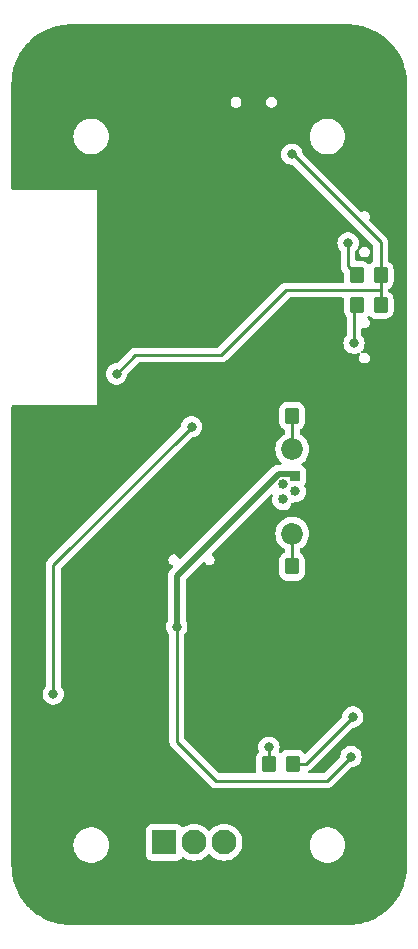
<source format=gbr>
%TF.GenerationSoftware,KiCad,Pcbnew,7.0.1*%
%TF.CreationDate,2023-11-18T18:12:55+02:00*%
%TF.ProjectId,Ulkovalo,556c6b6f-7661-46c6-9f2e-6b696361645f,rev?*%
%TF.SameCoordinates,Original*%
%TF.FileFunction,Copper,L2,Bot*%
%TF.FilePolarity,Positive*%
%FSLAX46Y46*%
G04 Gerber Fmt 4.6, Leading zero omitted, Abs format (unit mm)*
G04 Created by KiCad (PCBNEW 7.0.1) date 2023-11-18 18:12:55*
%MOMM*%
%LPD*%
G01*
G04 APERTURE LIST*
G04 Aperture macros list*
%AMRoundRect*
0 Rectangle with rounded corners*
0 $1 Rounding radius*
0 $2 $3 $4 $5 $6 $7 $8 $9 X,Y pos of 4 corners*
0 Add a 4 corners polygon primitive as box body*
4,1,4,$2,$3,$4,$5,$6,$7,$8,$9,$2,$3,0*
0 Add four circle primitives for the rounded corners*
1,1,$1+$1,$2,$3*
1,1,$1+$1,$4,$5*
1,1,$1+$1,$6,$7*
1,1,$1+$1,$8,$9*
0 Add four rect primitives between the rounded corners*
20,1,$1+$1,$2,$3,$4,$5,0*
20,1,$1+$1,$4,$5,$6,$7,0*
20,1,$1+$1,$6,$7,$8,$9,0*
20,1,$1+$1,$8,$9,$2,$3,0*%
G04 Aperture macros list end*
%TA.AperFunction,ComponentPad*%
%ADD10R,2.100000X2.100000*%
%TD*%
%TA.AperFunction,ComponentPad*%
%ADD11C,2.100000*%
%TD*%
%TA.AperFunction,ComponentPad*%
%ADD12R,0.840000X0.840000*%
%TD*%
%TA.AperFunction,ComponentPad*%
%ADD13C,0.840000*%
%TD*%
%TA.AperFunction,ComponentPad*%
%ADD14C,1.850000*%
%TD*%
%TA.AperFunction,SMDPad,CuDef*%
%ADD15RoundRect,0.250000X0.350000X0.450000X-0.350000X0.450000X-0.350000X-0.450000X0.350000X-0.450000X0*%
%TD*%
%TA.AperFunction,SMDPad,CuDef*%
%ADD16RoundRect,0.250000X-0.350000X-0.450000X0.350000X-0.450000X0.350000X0.450000X-0.350000X0.450000X0*%
%TD*%
%TA.AperFunction,ViaPad*%
%ADD17C,0.800000*%
%TD*%
%TA.AperFunction,Conductor*%
%ADD18C,0.250000*%
%TD*%
%TA.AperFunction,Conductor*%
%ADD19C,0.500000*%
%TD*%
G04 APERTURE END LIST*
D10*
%TO.P,J4,1,Pin_1*%
%TO.N,Drain*%
X53935000Y-112250000D03*
D11*
%TO.P,J4,2,Pin_2*%
%TO.N,Vin*%
X56475000Y-112250000D03*
%TO.P,J4,3,Pin_3*%
X59015000Y-112250000D03*
%TO.P,J4,4,Pin_4*%
%TO.N,GND*%
X61555000Y-112250000D03*
%TD*%
D12*
%TO.P,J1,1,VBUS*%
%TO.N,+5V*%
X65000000Y-81250000D03*
D13*
%TO.P,J1,2,D-*%
%TO.N,D-*%
X64000000Y-81900000D03*
%TO.P,J1,3,D+*%
%TO.N,D+*%
X65000000Y-82550000D03*
%TO.P,J1,4,ID*%
%TO.N,unconnected-(J1-ID-Pad4)*%
X64000000Y-83200000D03*
%TO.P,J1,5,GND*%
%TO.N,GND*%
X65000000Y-83850000D03*
D14*
%TO.P,J1,6,Shield*%
%TO.N,Net-(J1-Shield)*%
X64780000Y-78975000D03*
X64780000Y-86125000D03*
%TD*%
D15*
%TO.P,R4,1*%
%TO.N,GND*%
X66750000Y-88900000D03*
%TO.P,R4,2*%
%TO.N,Net-(J1-Shield)*%
X64750000Y-88900000D03*
%TD*%
D16*
%TO.P,R8,1*%
%TO.N,Debug2*%
X70250000Y-64250000D03*
%TO.P,R8,2*%
%TO.N,+3V3*%
X72250000Y-64250000D03*
%TD*%
D15*
%TO.P,R11,1*%
%TO.N,GND*%
X66750000Y-76150000D03*
%TO.P,R11,2*%
%TO.N,Net-(J1-Shield)*%
X64750000Y-76150000D03*
%TD*%
D16*
%TO.P,R7,1*%
%TO.N,Debug1*%
X70250000Y-66750000D03*
%TO.P,R7,2*%
%TO.N,+3V3*%
X72250000Y-66750000D03*
%TD*%
%TO.P,R3,1*%
%TO.N,Net-(U2-PG)*%
X62800000Y-105600000D03*
%TO.P,R3,2*%
%TO.N,Net-(U2-VCC)*%
X64800000Y-105600000D03*
%TD*%
D17*
%TO.N,GND*%
X59250000Y-66250000D03*
X67550000Y-78200000D03*
X58235000Y-100500000D03*
X66435000Y-103000000D03*
X53500000Y-72500000D03*
X73250000Y-94250000D03*
X64250000Y-49600000D03*
X64635000Y-99000000D03*
X59000000Y-88250000D03*
X58750000Y-49600000D03*
X54250000Y-76800000D03*
X48650000Y-55800000D03*
X55050000Y-79900000D03*
X59250000Y-72500000D03*
X47550000Y-76200000D03*
X53500000Y-69000000D03*
X68000000Y-87250000D03*
X70950000Y-58100000D03*
X53500000Y-88250000D03*
X58235000Y-101500000D03*
X70950000Y-72600000D03*
X51500000Y-100000000D03*
X44650000Y-79900000D03*
X66435000Y-99000000D03*
X44500000Y-109000000D03*
X45450000Y-47600000D03*
X53500000Y-66250000D03*
X73250000Y-106500000D03*
X64635000Y-103000000D03*
X59250000Y-69000000D03*
%TO.N,Net-(U2-VCC)*%
X69900000Y-101635000D03*
%TO.N,Net-(U2-PG)*%
X62800000Y-104200000D03*
%TO.N,+5V*%
X55000000Y-94000000D03*
X69750000Y-105000000D03*
%TO.N,+3V3*%
X49900000Y-72600000D03*
X64750000Y-54000000D03*
%TO.N,Gate*%
X44535000Y-99700000D03*
X56250000Y-77075000D03*
%TO.N,Debug1*%
X70000000Y-70000000D03*
%TO.N,Debug2*%
X69500000Y-61500000D03*
%TD*%
D18*
%TO.N,Net-(U2-VCC)*%
X64800000Y-105600000D02*
X65935000Y-105600000D01*
X65935000Y-105600000D02*
X69900000Y-101635000D01*
%TO.N,Net-(U2-PG)*%
X62800000Y-105600000D02*
X62800000Y-104200000D01*
%TO.N,+5V*%
X69750000Y-105000000D02*
X67712500Y-107037500D01*
D19*
X55000000Y-89669634D02*
X63639634Y-81030000D01*
X63639634Y-81030000D02*
X64780000Y-81030000D01*
X55000000Y-94000000D02*
X55000000Y-89669634D01*
D18*
X65000000Y-81250000D02*
X64905000Y-81155000D01*
X67712500Y-107037500D02*
X58287500Y-107037500D01*
X58287500Y-107037500D02*
X55000000Y-103750000D01*
D19*
X64780000Y-81030000D02*
X65000000Y-81250000D01*
D18*
X55000000Y-103750000D02*
X55000000Y-94000000D01*
%TO.N,+3V3*%
X72250000Y-65500000D02*
X72250000Y-65250000D01*
X58750000Y-71000000D02*
X64250000Y-65500000D01*
X51500000Y-71000000D02*
X58750000Y-71000000D01*
X72250000Y-66750000D02*
X72250000Y-65250000D01*
X64812164Y-54000000D02*
X72250000Y-61437836D01*
X49900000Y-72600000D02*
X51500000Y-71000000D01*
X64250000Y-65500000D02*
X72250000Y-65500000D01*
X72250000Y-61437836D02*
X72250000Y-64250000D01*
X64750000Y-54000000D02*
X64812164Y-54000000D01*
X72250000Y-65250000D02*
X72250000Y-64250000D01*
%TO.N,Gate*%
X44535000Y-88790000D02*
X44535000Y-99700000D01*
X56250000Y-77075000D02*
X44535000Y-88790000D01*
%TO.N,Net-(J1-Shield)*%
X64780000Y-78975000D02*
X64780000Y-76180000D01*
X64780000Y-88870000D02*
X64780000Y-86125000D01*
X64780000Y-76180000D02*
X64750000Y-76150000D01*
X64750000Y-88900000D02*
X64780000Y-88870000D01*
%TO.N,Debug1*%
X70000000Y-70000000D02*
X70000000Y-67000000D01*
X70000000Y-67000000D02*
X70250000Y-66750000D01*
%TO.N,Debug2*%
X69500000Y-63500000D02*
X70250000Y-64250000D01*
X69500000Y-61500000D02*
X69500000Y-63500000D01*
%TD*%
%TA.AperFunction,Conductor*%
%TO.N,GND*%
G36*
X69502562Y-43000605D02*
G01*
X69717600Y-43009500D01*
X69913455Y-43018052D01*
X69923330Y-43018881D01*
X70136706Y-43045479D01*
X70136793Y-43045490D01*
X70334945Y-43071577D01*
X70344192Y-43073153D01*
X70553521Y-43117044D01*
X70554765Y-43117312D01*
X70750386Y-43160680D01*
X70758901Y-43162889D01*
X70963665Y-43223850D01*
X70965325Y-43224359D01*
X71156696Y-43284698D01*
X71164453Y-43287431D01*
X71363363Y-43365046D01*
X71365513Y-43365911D01*
X71551024Y-43442752D01*
X71557972Y-43445886D01*
X71725903Y-43527982D01*
X71749587Y-43539561D01*
X71752383Y-43540972D01*
X71930420Y-43633652D01*
X71936636Y-43637118D01*
X72119793Y-43746255D01*
X72122929Y-43748187D01*
X72186491Y-43788681D01*
X72292282Y-43856078D01*
X72297710Y-43859741D01*
X72471184Y-43983599D01*
X72474616Y-43986140D01*
X72633912Y-44108372D01*
X72638567Y-44112126D01*
X72801226Y-44249891D01*
X72804838Y-44253072D01*
X72952925Y-44388769D01*
X72956807Y-44392486D01*
X73107512Y-44543191D01*
X73111232Y-44547076D01*
X73246921Y-44695155D01*
X73250107Y-44698772D01*
X73387872Y-44861431D01*
X73391626Y-44866086D01*
X73513858Y-45025382D01*
X73516399Y-45028814D01*
X73640257Y-45202288D01*
X73643920Y-45207716D01*
X73751800Y-45377052D01*
X73753743Y-45380205D01*
X73862880Y-45563362D01*
X73866346Y-45569578D01*
X73959026Y-45747615D01*
X73960437Y-45750411D01*
X74054099Y-45941997D01*
X74057260Y-45949005D01*
X74134051Y-46134395D01*
X74135008Y-46136774D01*
X74212559Y-46335523D01*
X74215302Y-46343309D01*
X74275602Y-46534554D01*
X74276186Y-46536460D01*
X74337105Y-46741084D01*
X74339321Y-46749627D01*
X74382671Y-46945166D01*
X74382971Y-46946559D01*
X74426844Y-47155802D01*
X74428422Y-47165062D01*
X74454459Y-47362829D01*
X74454568Y-47363677D01*
X74481114Y-47576641D01*
X74481948Y-47586570D01*
X74490513Y-47782728D01*
X74490525Y-47783013D01*
X74499394Y-47997438D01*
X74499500Y-48002562D01*
X74499500Y-114247438D01*
X74499394Y-114252563D01*
X74490525Y-114466987D01*
X74490513Y-114467271D01*
X74481948Y-114663428D01*
X74481114Y-114673357D01*
X74454568Y-114886321D01*
X74454459Y-114887169D01*
X74428422Y-115084936D01*
X74426844Y-115094196D01*
X74382971Y-115303439D01*
X74382671Y-115304832D01*
X74339321Y-115500371D01*
X74337105Y-115508914D01*
X74276186Y-115713538D01*
X74275602Y-115715444D01*
X74215302Y-115906689D01*
X74212559Y-115914475D01*
X74135008Y-116113224D01*
X74134051Y-116115603D01*
X74057260Y-116300993D01*
X74054099Y-116308001D01*
X73960437Y-116499587D01*
X73959026Y-116502383D01*
X73866346Y-116680420D01*
X73862880Y-116686636D01*
X73753743Y-116869793D01*
X73751800Y-116872946D01*
X73643920Y-117042282D01*
X73640257Y-117047710D01*
X73516399Y-117221184D01*
X73513858Y-117224616D01*
X73391626Y-117383912D01*
X73387872Y-117388567D01*
X73250107Y-117551226D01*
X73246908Y-117554858D01*
X73111254Y-117702899D01*
X73107512Y-117706807D01*
X72956807Y-117857512D01*
X72952899Y-117861254D01*
X72804858Y-117996908D01*
X72801226Y-118000107D01*
X72638567Y-118137872D01*
X72633912Y-118141626D01*
X72474616Y-118263858D01*
X72471184Y-118266399D01*
X72297710Y-118390257D01*
X72292282Y-118393920D01*
X72122946Y-118501800D01*
X72119793Y-118503743D01*
X71936636Y-118612880D01*
X71930420Y-118616346D01*
X71752383Y-118709026D01*
X71749587Y-118710437D01*
X71558001Y-118804099D01*
X71550993Y-118807260D01*
X71365603Y-118884051D01*
X71363224Y-118885008D01*
X71164475Y-118962559D01*
X71156689Y-118965302D01*
X70965444Y-119025602D01*
X70963538Y-119026186D01*
X70758914Y-119087105D01*
X70750371Y-119089321D01*
X70554832Y-119132671D01*
X70553439Y-119132971D01*
X70344196Y-119176844D01*
X70334936Y-119178422D01*
X70137169Y-119204459D01*
X70136321Y-119204568D01*
X69923357Y-119231114D01*
X69913428Y-119231948D01*
X69717381Y-119240508D01*
X69717097Y-119240520D01*
X69502563Y-119249394D01*
X69497438Y-119249500D01*
X46002562Y-119249500D01*
X45997437Y-119249394D01*
X45782901Y-119240520D01*
X45782617Y-119240508D01*
X45586570Y-119231948D01*
X45576641Y-119231114D01*
X45363677Y-119204568D01*
X45362829Y-119204459D01*
X45165062Y-119178422D01*
X45155802Y-119176844D01*
X44946559Y-119132971D01*
X44945166Y-119132671D01*
X44749627Y-119089321D01*
X44741084Y-119087105D01*
X44536460Y-119026186D01*
X44534554Y-119025602D01*
X44343309Y-118965302D01*
X44335523Y-118962559D01*
X44206985Y-118912404D01*
X44136734Y-118884991D01*
X44134395Y-118884051D01*
X43949005Y-118807260D01*
X43941997Y-118804099D01*
X43750411Y-118710437D01*
X43747615Y-118709026D01*
X43569578Y-118616346D01*
X43563362Y-118612880D01*
X43380205Y-118503743D01*
X43377052Y-118501800D01*
X43207716Y-118393920D01*
X43202288Y-118390257D01*
X43028814Y-118266399D01*
X43025382Y-118263858D01*
X42866086Y-118141626D01*
X42861431Y-118137872D01*
X42698772Y-118000107D01*
X42695155Y-117996921D01*
X42547076Y-117861232D01*
X42543191Y-117857512D01*
X42392486Y-117706807D01*
X42388769Y-117702925D01*
X42253072Y-117554838D01*
X42249891Y-117551226D01*
X42112126Y-117388567D01*
X42108372Y-117383912D01*
X41986140Y-117224616D01*
X41983599Y-117221184D01*
X41859741Y-117047710D01*
X41856078Y-117042282D01*
X41748198Y-116872946D01*
X41746255Y-116869793D01*
X41637118Y-116686636D01*
X41633652Y-116680420D01*
X41540972Y-116502383D01*
X41539561Y-116499587D01*
X41527982Y-116475903D01*
X41445886Y-116307972D01*
X41442752Y-116301024D01*
X41365911Y-116115513D01*
X41365046Y-116113363D01*
X41287431Y-115914453D01*
X41284696Y-115906689D01*
X41224359Y-115715325D01*
X41223850Y-115713665D01*
X41162889Y-115508901D01*
X41160680Y-115500386D01*
X41117312Y-115304765D01*
X41117027Y-115303439D01*
X41111495Y-115277057D01*
X41073153Y-115094192D01*
X41071576Y-115084936D01*
X41045490Y-114886793D01*
X41045483Y-114886743D01*
X41018881Y-114673330D01*
X41018052Y-114663455D01*
X41009486Y-114467271D01*
X41000605Y-114252562D01*
X41000500Y-114247439D01*
X41000500Y-112500000D01*
X46244356Y-112500000D01*
X46264891Y-112747816D01*
X46264891Y-112747819D01*
X46264892Y-112747821D01*
X46325937Y-112988881D01*
X46370960Y-113091523D01*
X46425825Y-113216604D01*
X46425827Y-113216607D01*
X46561836Y-113424785D01*
X46730256Y-113607738D01*
X46766282Y-113635778D01*
X46926485Y-113760470D01*
X46926487Y-113760471D01*
X46926491Y-113760474D01*
X47145190Y-113878828D01*
X47380386Y-113959571D01*
X47625665Y-114000500D01*
X47874335Y-114000500D01*
X48119614Y-113959571D01*
X48354810Y-113878828D01*
X48573509Y-113760474D01*
X48769744Y-113607738D01*
X48938164Y-113424785D01*
X48988416Y-113347869D01*
X52384500Y-113347869D01*
X52390909Y-113407483D01*
X52441204Y-113542331D01*
X52527454Y-113657546D01*
X52642669Y-113743796D01*
X52777517Y-113794091D01*
X52837127Y-113800500D01*
X55032872Y-113800499D01*
X55092483Y-113794091D01*
X55227331Y-113743796D01*
X55342546Y-113657546D01*
X55420085Y-113553966D01*
X55467037Y-113515853D01*
X55526431Y-113504479D01*
X55584142Y-113522550D01*
X55768911Y-113635778D01*
X55994384Y-113729171D01*
X55994387Y-113729171D01*
X55994388Y-113729172D01*
X56231698Y-113786146D01*
X56475000Y-113805294D01*
X56718302Y-113786146D01*
X56955612Y-113729172D01*
X56955613Y-113729171D01*
X56955615Y-113729171D01*
X57181088Y-113635778D01*
X57234220Y-113603218D01*
X57389179Y-113508259D01*
X57574759Y-113349759D01*
X57650712Y-113260828D01*
X57693085Y-113228754D01*
X57744998Y-113217363D01*
X57796912Y-113228753D01*
X57839290Y-113260831D01*
X57915241Y-113349759D01*
X58100821Y-113508259D01*
X58175410Y-113553967D01*
X58308911Y-113635778D01*
X58534384Y-113729171D01*
X58534387Y-113729171D01*
X58534388Y-113729172D01*
X58771698Y-113786146D01*
X59015000Y-113805294D01*
X59258302Y-113786146D01*
X59495612Y-113729172D01*
X59495613Y-113729171D01*
X59495615Y-113729171D01*
X59721088Y-113635778D01*
X59774220Y-113603218D01*
X59929179Y-113508259D01*
X60114759Y-113349759D01*
X60273259Y-113164179D01*
X60370163Y-113006045D01*
X60400778Y-112956088D01*
X60494171Y-112730615D01*
X60494172Y-112730612D01*
X60549538Y-112500000D01*
X66244356Y-112500000D01*
X66264891Y-112747816D01*
X66264891Y-112747819D01*
X66264892Y-112747821D01*
X66325937Y-112988881D01*
X66370960Y-113091523D01*
X66425825Y-113216604D01*
X66425827Y-113216607D01*
X66561836Y-113424785D01*
X66730256Y-113607738D01*
X66766282Y-113635778D01*
X66926485Y-113760470D01*
X66926487Y-113760471D01*
X66926491Y-113760474D01*
X67145190Y-113878828D01*
X67380386Y-113959571D01*
X67625665Y-114000500D01*
X67874335Y-114000500D01*
X68119614Y-113959571D01*
X68354810Y-113878828D01*
X68573509Y-113760474D01*
X68769744Y-113607738D01*
X68938164Y-113424785D01*
X69074173Y-113216607D01*
X69174063Y-112988881D01*
X69235108Y-112747821D01*
X69255643Y-112500000D01*
X69235108Y-112252179D01*
X69174063Y-112011119D01*
X69074173Y-111783393D01*
X68938164Y-111575215D01*
X68769744Y-111392262D01*
X68628897Y-111282636D01*
X68573514Y-111239529D01*
X68573510Y-111239526D01*
X68573509Y-111239526D01*
X68354810Y-111121172D01*
X68354806Y-111121170D01*
X68354805Y-111121170D01*
X68119615Y-111040429D01*
X67874335Y-110999500D01*
X67625665Y-110999500D01*
X67380384Y-111040429D01*
X67145194Y-111121170D01*
X66926485Y-111239529D01*
X66730259Y-111392259D01*
X66561837Y-111575214D01*
X66425825Y-111783395D01*
X66335780Y-111988678D01*
X66325937Y-112011119D01*
X66265444Y-112250000D01*
X66264891Y-112252183D01*
X66244356Y-112500000D01*
X60549538Y-112500000D01*
X60551146Y-112493302D01*
X60570294Y-112250000D01*
X60551146Y-112006698D01*
X60494172Y-111769388D01*
X60494171Y-111769387D01*
X60494171Y-111769384D01*
X60400778Y-111543911D01*
X60307844Y-111392259D01*
X60273259Y-111335821D01*
X60114759Y-111150241D01*
X59929179Y-110991741D01*
X59854589Y-110946032D01*
X59721088Y-110864221D01*
X59495615Y-110770828D01*
X59258303Y-110713854D01*
X59015000Y-110694706D01*
X58771696Y-110713854D01*
X58534384Y-110770828D01*
X58308911Y-110864221D01*
X58100822Y-110991740D01*
X57915241Y-111150241D01*
X57839290Y-111239168D01*
X57796914Y-111271246D01*
X57745000Y-111282636D01*
X57693086Y-111271246D01*
X57650710Y-111239168D01*
X57632844Y-111218250D01*
X57574759Y-111150241D01*
X57389179Y-110991741D01*
X57314589Y-110946032D01*
X57181088Y-110864221D01*
X56955615Y-110770828D01*
X56718303Y-110713854D01*
X56475000Y-110694706D01*
X56231696Y-110713854D01*
X55994384Y-110770828D01*
X55768916Y-110864219D01*
X55584142Y-110977449D01*
X55526431Y-110995519D01*
X55467037Y-110984145D01*
X55420086Y-110946032D01*
X55342548Y-110842455D01*
X55227331Y-110756204D01*
X55092483Y-110705909D01*
X55092482Y-110705908D01*
X55032873Y-110699500D01*
X55032869Y-110699500D01*
X52837130Y-110699500D01*
X52777515Y-110705909D01*
X52642669Y-110756204D01*
X52527454Y-110842454D01*
X52441204Y-110957668D01*
X52390909Y-111092516D01*
X52384500Y-111152130D01*
X52384500Y-113347869D01*
X48988416Y-113347869D01*
X49074173Y-113216607D01*
X49174063Y-112988881D01*
X49235108Y-112747821D01*
X49255643Y-112500000D01*
X49235108Y-112252179D01*
X49174063Y-112011119D01*
X49074173Y-111783393D01*
X48938164Y-111575215D01*
X48769744Y-111392262D01*
X48628897Y-111282636D01*
X48573514Y-111239529D01*
X48573510Y-111239526D01*
X48573509Y-111239526D01*
X48354810Y-111121172D01*
X48354806Y-111121170D01*
X48354805Y-111121170D01*
X48119615Y-111040429D01*
X47874335Y-110999500D01*
X47625665Y-110999500D01*
X47380384Y-111040429D01*
X47145194Y-111121170D01*
X46926485Y-111239529D01*
X46730259Y-111392259D01*
X46561837Y-111575214D01*
X46425825Y-111783395D01*
X46335780Y-111988678D01*
X46325937Y-112011119D01*
X46265444Y-112250000D01*
X46264891Y-112252183D01*
X46244356Y-112500000D01*
X41000500Y-112500000D01*
X41000500Y-99700000D01*
X43629540Y-99700000D01*
X43649326Y-99888257D01*
X43707820Y-100068284D01*
X43802466Y-100232216D01*
X43929129Y-100372889D01*
X44082269Y-100484151D01*
X44255197Y-100561144D01*
X44440352Y-100600500D01*
X44440354Y-100600500D01*
X44629646Y-100600500D01*
X44629648Y-100600500D01*
X44753083Y-100574262D01*
X44814803Y-100561144D01*
X44987730Y-100484151D01*
X45140871Y-100372888D01*
X45267533Y-100232216D01*
X45362179Y-100068284D01*
X45420674Y-99888256D01*
X45440460Y-99700000D01*
X45420674Y-99511744D01*
X45362179Y-99331716D01*
X45362179Y-99331715D01*
X45267535Y-99167786D01*
X45254427Y-99153229D01*
X45192347Y-99084282D01*
X45168736Y-99045751D01*
X45160500Y-99001313D01*
X45160500Y-94000000D01*
X54094540Y-94000000D01*
X54114326Y-94188257D01*
X54172820Y-94368284D01*
X54267464Y-94532213D01*
X54267467Y-94532216D01*
X54342652Y-94615717D01*
X54366264Y-94654249D01*
X54374500Y-94698687D01*
X54374500Y-103667256D01*
X54372235Y-103687762D01*
X54374439Y-103757873D01*
X54374500Y-103761768D01*
X54374500Y-103789349D01*
X54375003Y-103793334D01*
X54375918Y-103804967D01*
X54377290Y-103848626D01*
X54382879Y-103867860D01*
X54386825Y-103886916D01*
X54389335Y-103906792D01*
X54405414Y-103947404D01*
X54409197Y-103958451D01*
X54421382Y-104000391D01*
X54431580Y-104017635D01*
X54440136Y-104035100D01*
X54447514Y-104053732D01*
X54447515Y-104053733D01*
X54473180Y-104089059D01*
X54479593Y-104098822D01*
X54501826Y-104136416D01*
X54501829Y-104136419D01*
X54501830Y-104136420D01*
X54515995Y-104150585D01*
X54528627Y-104165375D01*
X54540406Y-104181587D01*
X54574058Y-104209426D01*
X54582699Y-104217289D01*
X57786696Y-107421287D01*
X57799596Y-107437388D01*
X57850723Y-107485400D01*
X57853520Y-107488111D01*
X57873029Y-107507620D01*
X57876211Y-107510088D01*
X57885071Y-107517655D01*
X57916917Y-107547561D01*
X57916918Y-107547562D01*
X57934470Y-107557211D01*
X57950738Y-107567897D01*
X57966564Y-107580173D01*
X58006646Y-107597517D01*
X58017133Y-107602655D01*
X58055407Y-107623697D01*
X58063910Y-107625879D01*
X58074808Y-107628678D01*
X58093213Y-107634978D01*
X58111604Y-107642937D01*
X58154750Y-107649770D01*
X58166168Y-107652135D01*
X58208481Y-107663000D01*
X58228516Y-107663000D01*
X58247915Y-107664527D01*
X58267696Y-107667660D01*
X58311174Y-107663550D01*
X58322844Y-107663000D01*
X67629756Y-107663000D01*
X67650262Y-107665264D01*
X67653165Y-107665172D01*
X67653167Y-107665173D01*
X67720372Y-107663061D01*
X67724268Y-107663000D01*
X67751849Y-107663000D01*
X67751850Y-107663000D01*
X67755819Y-107662498D01*
X67767465Y-107661580D01*
X67811127Y-107660209D01*
X67830359Y-107654620D01*
X67849418Y-107650674D01*
X67856599Y-107649767D01*
X67869292Y-107648164D01*
X67909907Y-107632082D01*
X67920944Y-107628303D01*
X67962890Y-107616118D01*
X67980129Y-107605922D01*
X67997602Y-107597362D01*
X68016232Y-107589986D01*
X68051564Y-107564314D01*
X68061330Y-107557900D01*
X68098918Y-107535671D01*
X68098917Y-107535671D01*
X68098920Y-107535670D01*
X68113085Y-107521504D01*
X68127873Y-107508873D01*
X68144087Y-107497094D01*
X68171938Y-107463426D01*
X68179779Y-107454809D01*
X69697771Y-105936819D01*
X69738000Y-105909939D01*
X69785453Y-105900500D01*
X69844648Y-105900500D01*
X69968084Y-105874262D01*
X70029803Y-105861144D01*
X70202730Y-105784151D01*
X70355871Y-105672888D01*
X70482533Y-105532216D01*
X70577179Y-105368284D01*
X70635674Y-105188256D01*
X70655460Y-105000000D01*
X70635674Y-104811744D01*
X70577179Y-104631716D01*
X70577179Y-104631715D01*
X70482533Y-104467783D01*
X70355870Y-104327110D01*
X70202730Y-104215848D01*
X70029802Y-104138855D01*
X69844648Y-104099500D01*
X69844646Y-104099500D01*
X69655354Y-104099500D01*
X69655352Y-104099500D01*
X69470197Y-104138855D01*
X69297269Y-104215848D01*
X69144129Y-104327110D01*
X69017466Y-104467783D01*
X68922820Y-104631715D01*
X68864326Y-104811742D01*
X68846679Y-104979649D01*
X68835279Y-105020070D01*
X68811039Y-105054368D01*
X67489728Y-106375681D01*
X67449500Y-106402561D01*
X67402047Y-106412000D01*
X66244030Y-106412000D01*
X66182256Y-106395517D01*
X66136904Y-106350451D01*
X66120032Y-106288782D01*
X66136126Y-106226905D01*
X66180905Y-106181270D01*
X66185387Y-106178618D01*
X66185390Y-106178618D01*
X66202634Y-106168419D01*
X66220102Y-106159862D01*
X66238732Y-106152486D01*
X66274064Y-106126814D01*
X66283830Y-106120400D01*
X66321418Y-106098171D01*
X66321417Y-106098171D01*
X66321420Y-106098170D01*
X66335585Y-106084004D01*
X66350373Y-106071373D01*
X66366587Y-106059594D01*
X66394438Y-106025926D01*
X66402279Y-106017309D01*
X69847770Y-102571819D01*
X69887999Y-102544939D01*
X69935452Y-102535500D01*
X69994648Y-102535500D01*
X70118083Y-102509262D01*
X70179803Y-102496144D01*
X70352730Y-102419151D01*
X70505871Y-102307888D01*
X70632533Y-102167216D01*
X70727179Y-102003284D01*
X70785674Y-101823256D01*
X70805460Y-101635000D01*
X70785674Y-101446744D01*
X70727179Y-101266716D01*
X70727179Y-101266715D01*
X70632533Y-101102783D01*
X70505870Y-100962110D01*
X70352730Y-100850848D01*
X70179802Y-100773855D01*
X69994648Y-100734500D01*
X69994646Y-100734500D01*
X69805354Y-100734500D01*
X69805352Y-100734500D01*
X69620197Y-100773855D01*
X69447269Y-100850848D01*
X69294129Y-100962110D01*
X69167466Y-101102783D01*
X69072820Y-101266715D01*
X69014326Y-101446742D01*
X68996678Y-101614651D01*
X68985277Y-101655073D01*
X68961038Y-101689370D01*
X65939955Y-104710452D01*
X65892985Y-104739898D01*
X65837878Y-104745932D01*
X65785648Y-104727351D01*
X65746735Y-104687866D01*
X65742714Y-104681347D01*
X65742713Y-104681346D01*
X65742712Y-104681344D01*
X65618656Y-104557288D01*
X65618655Y-104557287D01*
X65618654Y-104557286D01*
X65469334Y-104465186D01*
X65302797Y-104410000D01*
X65200009Y-104399500D01*
X64399991Y-104399500D01*
X64297203Y-104410000D01*
X64130665Y-104465186D01*
X63981344Y-104557287D01*
X63887680Y-104650951D01*
X63832092Y-104683044D01*
X63767905Y-104683044D01*
X63712318Y-104650950D01*
X63681516Y-104620148D01*
X63648623Y-104561414D01*
X63651266Y-104494150D01*
X63685674Y-104388256D01*
X63705460Y-104200000D01*
X63685674Y-104011744D01*
X63645115Y-103886916D01*
X63627179Y-103831715D01*
X63532533Y-103667783D01*
X63405870Y-103527110D01*
X63252730Y-103415848D01*
X63079802Y-103338855D01*
X62894648Y-103299500D01*
X62894646Y-103299500D01*
X62705354Y-103299500D01*
X62705352Y-103299500D01*
X62520197Y-103338855D01*
X62347269Y-103415848D01*
X62194129Y-103527110D01*
X62067466Y-103667783D01*
X61972820Y-103831715D01*
X61914326Y-104011742D01*
X61894540Y-104199999D01*
X61914326Y-104388259D01*
X61948732Y-104494150D01*
X61951375Y-104561414D01*
X61918483Y-104620147D01*
X61857288Y-104681342D01*
X61765186Y-104830665D01*
X61710000Y-104997202D01*
X61699500Y-105099990D01*
X61699500Y-106100008D01*
X61710000Y-106202796D01*
X61725310Y-106248996D01*
X61730161Y-106306863D01*
X61708134Y-106360593D01*
X61664060Y-106398403D01*
X61607604Y-106412000D01*
X58597952Y-106412000D01*
X58550499Y-106402561D01*
X58510271Y-106375681D01*
X55661819Y-103527228D01*
X55634939Y-103487000D01*
X55625500Y-103439547D01*
X55625500Y-94698687D01*
X55633736Y-94654249D01*
X55657347Y-94615717D01*
X55732533Y-94532216D01*
X55827179Y-94368284D01*
X55885674Y-94188256D01*
X55905460Y-94000000D01*
X55885674Y-93811744D01*
X55827179Y-93631716D01*
X55827179Y-93631715D01*
X55767113Y-93527678D01*
X55750500Y-93465678D01*
X55750500Y-90031864D01*
X55759939Y-89984411D01*
X55786819Y-89944183D01*
X56128490Y-89602512D01*
X57176762Y-88554238D01*
X57235207Y-88521416D01*
X57302198Y-88523809D01*
X57358154Y-88560719D01*
X57451949Y-88668966D01*
X57560931Y-88739005D01*
X57685227Y-88775500D01*
X57685228Y-88775500D01*
X57814772Y-88775500D01*
X57814773Y-88775500D01*
X57939068Y-88739005D01*
X57967758Y-88720566D01*
X58048049Y-88668967D01*
X58132882Y-88571063D01*
X58186697Y-88453226D01*
X58205133Y-88325000D01*
X58186697Y-88196774D01*
X58182981Y-88188638D01*
X58132881Y-88078935D01*
X58048049Y-87981033D01*
X57996033Y-87947604D01*
X57957577Y-87908455D01*
X57939783Y-87856544D01*
X57946136Y-87802036D01*
X57975390Y-87755610D01*
X59606001Y-86124999D01*
X63349614Y-86124999D01*
X63369123Y-86360429D01*
X63427118Y-86589447D01*
X63522013Y-86805788D01*
X63651226Y-87003563D01*
X63811223Y-87177365D01*
X63811227Y-87177368D01*
X63997654Y-87322470D01*
X64045315Y-87348263D01*
X64089518Y-87372185D01*
X64137023Y-87417766D01*
X64154500Y-87481239D01*
X64154500Y-87651179D01*
X64143878Y-87701393D01*
X64113831Y-87743004D01*
X64091907Y-87755805D01*
X64093001Y-87757578D01*
X63931342Y-87857288D01*
X63807288Y-87981342D01*
X63715186Y-88130665D01*
X63660000Y-88297202D01*
X63649500Y-88399990D01*
X63649500Y-89400008D01*
X63660000Y-89502796D01*
X63715186Y-89669334D01*
X63807288Y-89818657D01*
X63931342Y-89942711D01*
X63931344Y-89942712D01*
X64080666Y-90034814D01*
X64192017Y-90071712D01*
X64247202Y-90089999D01*
X64257702Y-90091071D01*
X64349991Y-90100500D01*
X65150008Y-90100499D01*
X65252797Y-90089999D01*
X65419334Y-90034814D01*
X65568656Y-89942712D01*
X65692712Y-89818656D01*
X65784814Y-89669334D01*
X65839999Y-89502797D01*
X65850500Y-89400009D01*
X65850499Y-88399992D01*
X65842838Y-88325000D01*
X65839999Y-88297203D01*
X65806720Y-88196774D01*
X65784814Y-88130666D01*
X65692712Y-87981344D01*
X65692711Y-87981342D01*
X65568657Y-87857288D01*
X65464404Y-87792985D01*
X65421223Y-87747878D01*
X65405500Y-87687446D01*
X65405500Y-87481239D01*
X65422977Y-87417766D01*
X65470482Y-87372185D01*
X65500960Y-87355690D01*
X65562346Y-87322470D01*
X65748773Y-87177368D01*
X65908775Y-87003561D01*
X66037986Y-86805788D01*
X66132883Y-86589445D01*
X66190876Y-86360434D01*
X66210385Y-86125000D01*
X66190876Y-85889566D01*
X66132883Y-85660555D01*
X66037986Y-85444212D01*
X66037986Y-85444211D01*
X65908773Y-85246436D01*
X65748776Y-85072634D01*
X65562347Y-84927531D01*
X65562346Y-84927530D01*
X65354579Y-84815092D01*
X65354575Y-84815090D01*
X65354574Y-84815090D01*
X65131142Y-84738384D01*
X64956374Y-84709221D01*
X64898120Y-84699500D01*
X64661880Y-84699500D01*
X64615276Y-84707276D01*
X64428857Y-84738384D01*
X64205425Y-84815090D01*
X63997652Y-84927531D01*
X63811223Y-85072634D01*
X63651226Y-85246436D01*
X63522013Y-85444211D01*
X63427118Y-85660552D01*
X63369123Y-85889570D01*
X63349614Y-86124999D01*
X59606001Y-86124999D01*
X62908109Y-82822890D01*
X62964950Y-82790469D01*
X63030382Y-82791496D01*
X63086179Y-82825688D01*
X63116801Y-82883522D01*
X63113720Y-82948890D01*
X63094656Y-83007563D01*
X63074430Y-83200000D01*
X63094656Y-83392438D01*
X63154449Y-83576463D01*
X63251197Y-83744036D01*
X63380673Y-83887834D01*
X63537213Y-84001566D01*
X63713985Y-84080270D01*
X63903251Y-84120500D01*
X63903252Y-84120500D01*
X64096748Y-84120500D01*
X64096749Y-84120500D01*
X64286014Y-84080270D01*
X64286015Y-84080269D01*
X64286017Y-84080269D01*
X64462785Y-84001567D01*
X64619327Y-83887833D01*
X64748802Y-83744036D01*
X64845550Y-83576463D01*
X64852140Y-83556182D01*
X64877921Y-83511528D01*
X64919636Y-83481220D01*
X64970071Y-83470500D01*
X65096749Y-83470500D01*
X65286014Y-83430270D01*
X65286015Y-83430269D01*
X65286017Y-83430269D01*
X65462785Y-83351567D01*
X65619327Y-83237833D01*
X65748802Y-83094036D01*
X65845550Y-82926463D01*
X65905344Y-82742437D01*
X65925570Y-82550000D01*
X65905344Y-82357563D01*
X65845550Y-82173537D01*
X65845550Y-82173536D01*
X65809248Y-82110660D01*
X65793761Y-82065333D01*
X65796610Y-82017517D01*
X65817369Y-81974349D01*
X65863796Y-81912331D01*
X65914091Y-81777483D01*
X65920500Y-81717873D01*
X65920499Y-80782128D01*
X65914091Y-80722517D01*
X65863796Y-80587669D01*
X65777546Y-80472454D01*
X65662331Y-80386204D01*
X65617190Y-80369367D01*
X65564340Y-80331444D01*
X65537958Y-80271985D01*
X65545307Y-80207352D01*
X65584360Y-80155335D01*
X65748773Y-80027368D01*
X65748772Y-80027368D01*
X65748777Y-80027365D01*
X65908773Y-79853563D01*
X65908772Y-79853563D01*
X65908775Y-79853561D01*
X66037986Y-79655788D01*
X66132883Y-79439445D01*
X66190876Y-79210434D01*
X66210385Y-78975000D01*
X66190876Y-78739566D01*
X66132883Y-78510555D01*
X66037986Y-78294212D01*
X66037986Y-78294211D01*
X65908773Y-78096436D01*
X65748776Y-77922634D01*
X65705654Y-77889071D01*
X65562346Y-77777530D01*
X65541980Y-77766508D01*
X65470482Y-77727815D01*
X65422977Y-77682234D01*
X65405500Y-77618761D01*
X65405500Y-77362554D01*
X65421223Y-77302122D01*
X65464404Y-77257015D01*
X65503873Y-77232669D01*
X65568656Y-77192712D01*
X65692712Y-77068656D01*
X65784814Y-76919334D01*
X65839999Y-76752797D01*
X65850500Y-76650009D01*
X65850499Y-75649992D01*
X65839999Y-75547203D01*
X65784814Y-75380666D01*
X65692712Y-75231344D01*
X65692711Y-75231342D01*
X65568657Y-75107288D01*
X65419334Y-75015186D01*
X65252797Y-74960000D01*
X65150009Y-74949500D01*
X64349991Y-74949500D01*
X64247203Y-74960000D01*
X64080665Y-75015186D01*
X63931342Y-75107288D01*
X63807288Y-75231342D01*
X63715186Y-75380665D01*
X63660000Y-75547202D01*
X63649500Y-75649990D01*
X63649500Y-76650008D01*
X63660000Y-76752796D01*
X63715186Y-76919334D01*
X63807288Y-77068657D01*
X63931342Y-77192711D01*
X63931344Y-77192712D01*
X64045716Y-77263257D01*
X64093001Y-77292422D01*
X64091907Y-77294194D01*
X64113831Y-77306996D01*
X64143878Y-77348607D01*
X64154500Y-77398821D01*
X64154500Y-77618761D01*
X64137023Y-77682234D01*
X64089518Y-77727815D01*
X63997657Y-77777528D01*
X63811223Y-77922634D01*
X63651226Y-78096436D01*
X63522013Y-78294211D01*
X63427118Y-78510552D01*
X63369123Y-78739570D01*
X63349614Y-78975000D01*
X63369123Y-79210429D01*
X63427118Y-79439447D01*
X63522013Y-79655788D01*
X63651226Y-79853563D01*
X63811223Y-80027365D01*
X63850128Y-80057646D01*
X63887522Y-80105689D01*
X63897543Y-80165739D01*
X63877775Y-80223321D01*
X63832984Y-80264555D01*
X63773966Y-80279500D01*
X63703340Y-80279500D01*
X63685370Y-80278191D01*
X63671487Y-80276157D01*
X63661611Y-80274711D01*
X63661610Y-80274711D01*
X63612265Y-80279028D01*
X63601458Y-80279500D01*
X63595925Y-80279500D01*
X63565135Y-80283098D01*
X63561551Y-80283464D01*
X63485595Y-80290109D01*
X63466555Y-80294330D01*
X63394866Y-80320421D01*
X63391465Y-80321603D01*
X63319108Y-80345580D01*
X63301561Y-80354075D01*
X63237855Y-80395975D01*
X63234815Y-80397912D01*
X63169914Y-80437944D01*
X63154798Y-80450257D01*
X63102465Y-80505726D01*
X63099953Y-80508312D01*
X55383457Y-88224807D01*
X55332829Y-88255461D01*
X55273760Y-88259156D01*
X55219706Y-88235051D01*
X55182982Y-88188638D01*
X55132881Y-88078935D01*
X55048049Y-87981033D01*
X54939068Y-87910994D01*
X54814773Y-87874500D01*
X54814772Y-87874500D01*
X54685228Y-87874500D01*
X54685227Y-87874500D01*
X54560931Y-87910994D01*
X54451950Y-87981033D01*
X54367118Y-88078935D01*
X54313302Y-88196773D01*
X54294867Y-88325000D01*
X54313302Y-88453226D01*
X54367118Y-88571064D01*
X54441791Y-88657242D01*
X54451951Y-88668967D01*
X54560931Y-88739004D01*
X54598749Y-88750108D01*
X54653048Y-88782983D01*
X54683964Y-88838419D01*
X54683398Y-88901891D01*
X54651497Y-88956767D01*
X54514358Y-89093906D01*
X54500727Y-89105687D01*
X54481467Y-89120026D01*
X54449633Y-89157963D01*
X54442341Y-89165923D01*
X54438408Y-89169856D01*
X54419176Y-89194179D01*
X54416902Y-89196971D01*
X54367894Y-89255378D01*
X54357418Y-89271821D01*
X54325192Y-89340928D01*
X54323622Y-89344170D01*
X54289393Y-89412326D01*
X54282996Y-89430732D01*
X54267573Y-89505422D01*
X54266793Y-89508939D01*
X54249208Y-89583139D01*
X54247229Y-89602512D01*
X54249448Y-89678765D01*
X54249500Y-89682371D01*
X54249500Y-93465678D01*
X54232887Y-93527678D01*
X54172820Y-93631715D01*
X54114326Y-93811742D01*
X54094540Y-94000000D01*
X45160500Y-94000000D01*
X45160500Y-89100452D01*
X45169939Y-89052999D01*
X45196819Y-89012771D01*
X56197772Y-78011819D01*
X56238000Y-77984939D01*
X56285453Y-77975500D01*
X56344648Y-77975500D01*
X56468083Y-77949262D01*
X56529803Y-77936144D01*
X56702730Y-77859151D01*
X56855871Y-77747888D01*
X56982533Y-77607216D01*
X57077179Y-77443284D01*
X57135674Y-77263256D01*
X57155460Y-77075000D01*
X57135674Y-76886744D01*
X57092152Y-76752797D01*
X57077179Y-76706715D01*
X56982533Y-76542783D01*
X56855870Y-76402110D01*
X56702730Y-76290848D01*
X56529802Y-76213855D01*
X56344648Y-76174500D01*
X56344646Y-76174500D01*
X56155354Y-76174500D01*
X56155352Y-76174500D01*
X55970197Y-76213855D01*
X55797269Y-76290848D01*
X55644129Y-76402110D01*
X55517466Y-76542783D01*
X55422820Y-76706715D01*
X55364326Y-76886742D01*
X55346678Y-77054651D01*
X55335277Y-77095073D01*
X55311038Y-77129370D01*
X44151208Y-88289199D01*
X44135110Y-88302096D01*
X44087096Y-88353225D01*
X44084391Y-88356017D01*
X44064874Y-88375534D01*
X44062415Y-88378705D01*
X44054842Y-88387572D01*
X44024935Y-88419420D01*
X44015285Y-88436974D01*
X44004609Y-88453228D01*
X43992326Y-88469063D01*
X43974975Y-88509158D01*
X43969838Y-88519644D01*
X43948802Y-88557907D01*
X43943821Y-88577309D01*
X43937520Y-88595711D01*
X43929561Y-88614102D01*
X43922728Y-88657242D01*
X43920360Y-88668674D01*
X43909500Y-88710978D01*
X43909500Y-88731016D01*
X43907973Y-88750415D01*
X43905185Y-88768020D01*
X43904840Y-88770196D01*
X43906049Y-88782983D01*
X43908950Y-88813675D01*
X43909500Y-88825344D01*
X43909500Y-99001313D01*
X43901264Y-99045751D01*
X43877652Y-99084282D01*
X43844545Y-99121051D01*
X43802464Y-99167786D01*
X43707820Y-99331715D01*
X43649326Y-99511742D01*
X43629540Y-99700000D01*
X41000500Y-99700000D01*
X41000500Y-75374000D01*
X41017113Y-75312000D01*
X41062500Y-75266613D01*
X41124500Y-75250000D01*
X48250000Y-75250000D01*
X48250000Y-72599999D01*
X48994540Y-72599999D01*
X49014326Y-72788257D01*
X49072820Y-72968284D01*
X49167466Y-73132216D01*
X49294129Y-73272889D01*
X49447269Y-73384151D01*
X49620197Y-73461144D01*
X49805352Y-73500500D01*
X49805354Y-73500500D01*
X49994646Y-73500500D01*
X49994648Y-73500500D01*
X50118084Y-73474262D01*
X50179803Y-73461144D01*
X50352730Y-73384151D01*
X50505871Y-73272888D01*
X50632533Y-73132216D01*
X50727179Y-72968284D01*
X50785674Y-72788256D01*
X50803321Y-72620344D01*
X50814721Y-72579925D01*
X50838958Y-72545630D01*
X51722770Y-71661819D01*
X51762999Y-71634939D01*
X51810452Y-71625500D01*
X58667256Y-71625500D01*
X58687762Y-71627764D01*
X58690665Y-71627672D01*
X58690667Y-71627673D01*
X58757872Y-71625561D01*
X58761768Y-71625500D01*
X58789349Y-71625500D01*
X58789350Y-71625500D01*
X58793319Y-71624998D01*
X58804965Y-71624080D01*
X58848627Y-71622709D01*
X58867859Y-71617120D01*
X58886918Y-71613174D01*
X58893196Y-71612381D01*
X58906792Y-71610664D01*
X58947407Y-71594582D01*
X58958444Y-71590803D01*
X59000390Y-71578618D01*
X59017629Y-71568422D01*
X59035102Y-71559862D01*
X59053732Y-71552486D01*
X59089064Y-71526814D01*
X59098830Y-71520400D01*
X59136418Y-71498171D01*
X59136417Y-71498171D01*
X59136420Y-71498170D01*
X59150585Y-71484004D01*
X59165373Y-71471373D01*
X59181587Y-71459594D01*
X59209438Y-71425926D01*
X59217279Y-71417309D01*
X64472770Y-66161819D01*
X64512999Y-66134939D01*
X64560452Y-66125500D01*
X69025500Y-66125500D01*
X69087500Y-66142113D01*
X69132887Y-66187500D01*
X69149500Y-66249500D01*
X69149500Y-67250008D01*
X69160000Y-67352796D01*
X69215186Y-67519334D01*
X69307288Y-67668656D01*
X69338180Y-67699548D01*
X69365061Y-67739777D01*
X69374500Y-67787230D01*
X69374500Y-69301313D01*
X69366264Y-69345751D01*
X69342652Y-69384282D01*
X69309545Y-69421051D01*
X69267464Y-69467786D01*
X69172820Y-69631715D01*
X69114326Y-69811742D01*
X69094540Y-69999999D01*
X69114326Y-70188257D01*
X69172820Y-70368284D01*
X69267466Y-70532216D01*
X69394129Y-70672889D01*
X69547269Y-70784151D01*
X69720197Y-70861144D01*
X69905352Y-70900500D01*
X69905354Y-70900500D01*
X70094646Y-70900500D01*
X70094648Y-70900500D01*
X70218084Y-70874262D01*
X70279803Y-70861144D01*
X70318002Y-70844136D01*
X70376201Y-70818225D01*
X70441709Y-70808423D01*
X70502916Y-70833742D01*
X70542358Y-70886955D01*
X70548781Y-70952880D01*
X70520351Y-71012706D01*
X70517117Y-71016437D01*
X70463302Y-71134273D01*
X70444867Y-71262499D01*
X70463302Y-71390726D01*
X70517118Y-71508564D01*
X70591656Y-71594586D01*
X70601951Y-71606467D01*
X70618531Y-71617122D01*
X70710931Y-71676505D01*
X70835227Y-71713000D01*
X70835228Y-71713000D01*
X70964772Y-71713000D01*
X70964773Y-71713000D01*
X71089068Y-71676505D01*
X71117758Y-71658066D01*
X71198049Y-71606467D01*
X71282882Y-71508563D01*
X71336697Y-71390726D01*
X71355133Y-71262500D01*
X71336697Y-71134274D01*
X71282882Y-71016437D01*
X71282881Y-71016436D01*
X71282881Y-71016435D01*
X71198049Y-70918533D01*
X71089068Y-70848494D01*
X70964773Y-70812000D01*
X70964772Y-70812000D01*
X70835228Y-70812000D01*
X70816241Y-70817575D01*
X70773112Y-70830238D01*
X70709632Y-70831929D01*
X70653639Y-70801974D01*
X70619818Y-70748227D01*
X70617038Y-70684786D01*
X70646027Y-70628289D01*
X70732533Y-70532216D01*
X70750077Y-70501830D01*
X70827179Y-70368284D01*
X70836960Y-70338181D01*
X70885674Y-70188256D01*
X70905460Y-70000000D01*
X70885674Y-69811744D01*
X70827179Y-69631716D01*
X70827179Y-69631715D01*
X70732535Y-69467786D01*
X70719427Y-69453229D01*
X70657347Y-69384282D01*
X70633736Y-69345751D01*
X70625500Y-69301313D01*
X70625500Y-68817064D01*
X70638616Y-68761560D01*
X70675189Y-68717798D01*
X70727482Y-68695034D01*
X70784433Y-68698086D01*
X70813510Y-68706623D01*
X70835228Y-68713000D01*
X70964772Y-68713000D01*
X70964773Y-68713000D01*
X71089068Y-68676505D01*
X71117758Y-68658066D01*
X71198049Y-68606467D01*
X71282882Y-68508563D01*
X71336697Y-68390726D01*
X71355133Y-68262500D01*
X71336697Y-68134274D01*
X71282882Y-68016437D01*
X71282881Y-68016436D01*
X71282881Y-68016435D01*
X71216649Y-67939999D01*
X71198049Y-67918533D01*
X71172127Y-67901873D01*
X71133673Y-67862726D01*
X71115879Y-67810814D01*
X71122232Y-67756307D01*
X71151486Y-67709881D01*
X71162320Y-67699047D01*
X71217905Y-67666955D01*
X71282093Y-67666955D01*
X71337680Y-67699049D01*
X71431342Y-67792711D01*
X71431344Y-67792712D01*
X71580666Y-67884814D01*
X71682423Y-67918533D01*
X71747202Y-67939999D01*
X71757702Y-67941071D01*
X71849991Y-67950500D01*
X72650008Y-67950499D01*
X72752797Y-67939999D01*
X72919334Y-67884814D01*
X73068656Y-67792712D01*
X73192712Y-67668656D01*
X73284814Y-67519334D01*
X73339999Y-67352797D01*
X73350500Y-67250009D01*
X73350499Y-66249992D01*
X73339999Y-66147203D01*
X73284814Y-65980666D01*
X73192712Y-65831344D01*
X73192711Y-65831342D01*
X73068658Y-65707289D01*
X72937184Y-65626196D01*
X72895956Y-65584461D01*
X72878526Y-65528445D01*
X72878424Y-65526837D01*
X72876023Y-65488670D01*
X72889656Y-65423885D01*
X72934679Y-65375349D01*
X73068656Y-65292712D01*
X73192712Y-65168656D01*
X73284814Y-65019334D01*
X73339999Y-64852797D01*
X73350500Y-64750009D01*
X73350499Y-63749992D01*
X73339999Y-63647203D01*
X73284814Y-63480666D01*
X73192712Y-63331344D01*
X73192711Y-63331342D01*
X73068657Y-63207288D01*
X72934404Y-63124481D01*
X72891223Y-63079374D01*
X72875500Y-63018942D01*
X72875500Y-61520580D01*
X72877764Y-61500072D01*
X72875561Y-61429949D01*
X72875500Y-61426055D01*
X72875500Y-61398490D01*
X72875500Y-61398486D01*
X72874997Y-61394506D01*
X72874081Y-61382864D01*
X72872710Y-61339209D01*
X72867118Y-61319962D01*
X72863174Y-61300921D01*
X72860664Y-61281044D01*
X72844579Y-61240419D01*
X72840808Y-61229404D01*
X72828618Y-61187446D01*
X72818414Y-61170191D01*
X72809861Y-61152731D01*
X72802486Y-61134105D01*
X72802486Y-61134104D01*
X72776808Y-61098761D01*
X72770401Y-61089007D01*
X72748169Y-61051415D01*
X72734006Y-61037252D01*
X72721367Y-61022453D01*
X72709595Y-61006249D01*
X72675941Y-60978409D01*
X72667299Y-60970545D01*
X71319443Y-59622689D01*
X71292006Y-59581094D01*
X71283159Y-59532057D01*
X71294330Y-59483496D01*
X71336697Y-59390726D01*
X71336925Y-59389139D01*
X71355133Y-59262500D01*
X71336697Y-59134274D01*
X71282882Y-59016437D01*
X71282881Y-59016436D01*
X71282881Y-59016435D01*
X71198049Y-58918533D01*
X71089068Y-58848494D01*
X70964773Y-58812000D01*
X70964772Y-58812000D01*
X70835228Y-58812000D01*
X70835227Y-58812000D01*
X70710931Y-58848495D01*
X70694129Y-58859293D01*
X70641811Y-58878099D01*
X70586535Y-58872156D01*
X70539411Y-58842657D01*
X65681660Y-53984905D01*
X65657420Y-53950607D01*
X65646020Y-53910186D01*
X65635674Y-53811744D01*
X65577179Y-53631716D01*
X65577179Y-53631715D01*
X65482533Y-53467783D01*
X65355870Y-53327110D01*
X65202730Y-53215848D01*
X65029802Y-53138855D01*
X64844648Y-53099500D01*
X64844646Y-53099500D01*
X64655354Y-53099500D01*
X64655352Y-53099500D01*
X64470197Y-53138855D01*
X64297269Y-53215848D01*
X64144129Y-53327110D01*
X64017466Y-53467783D01*
X63922820Y-53631715D01*
X63864326Y-53811742D01*
X63844540Y-53999999D01*
X63864326Y-54188257D01*
X63922820Y-54368284D01*
X64017466Y-54532216D01*
X64144129Y-54672889D01*
X64297269Y-54784151D01*
X64470197Y-54861144D01*
X64655352Y-54900500D01*
X64655354Y-54900500D01*
X64776712Y-54900500D01*
X64824165Y-54909939D01*
X64864393Y-54936819D01*
X71588181Y-61660607D01*
X71615061Y-61700835D01*
X71624500Y-61748288D01*
X71624500Y-63018942D01*
X71608777Y-63079374D01*
X71565596Y-63124481D01*
X71431342Y-63207288D01*
X71337681Y-63300950D01*
X71282094Y-63333044D01*
X71217906Y-63333044D01*
X71162319Y-63300950D01*
X71068657Y-63207288D01*
X70919334Y-63115186D01*
X70752797Y-63060000D01*
X70659535Y-63050473D01*
X70650009Y-63049500D01*
X70650008Y-63049500D01*
X70650004Y-63049500D01*
X70249499Y-63049500D01*
X70187500Y-63032888D01*
X70142113Y-62987501D01*
X70125500Y-62925501D01*
X70125500Y-62262499D01*
X70444867Y-62262499D01*
X70463302Y-62390726D01*
X70517118Y-62508564D01*
X70598261Y-62602209D01*
X70601951Y-62606467D01*
X70630640Y-62624904D01*
X70710931Y-62676505D01*
X70835227Y-62713000D01*
X70835228Y-62713000D01*
X70964772Y-62713000D01*
X70964773Y-62713000D01*
X71089068Y-62676505D01*
X71117758Y-62658066D01*
X71198049Y-62606467D01*
X71282882Y-62508563D01*
X71336697Y-62390726D01*
X71355133Y-62262500D01*
X71336697Y-62134274D01*
X71321650Y-62101327D01*
X71282881Y-62016435D01*
X71198049Y-61918533D01*
X71089068Y-61848494D01*
X70964773Y-61812000D01*
X70964772Y-61812000D01*
X70835228Y-61812000D01*
X70835227Y-61812000D01*
X70710931Y-61848494D01*
X70601951Y-61918532D01*
X70536960Y-61993537D01*
X70484948Y-62027808D01*
X70489164Y-62039988D01*
X70478349Y-62101327D01*
X70463302Y-62134274D01*
X70444867Y-62262499D01*
X70125500Y-62262499D01*
X70125500Y-62198687D01*
X70133736Y-62154249D01*
X70157347Y-62115717D01*
X70232533Y-62032216D01*
X70258167Y-61987815D01*
X70301857Y-61943427D01*
X70322785Y-61937281D01*
X70325316Y-61874016D01*
X70327177Y-61868286D01*
X70327179Y-61868284D01*
X70385674Y-61688256D01*
X70405460Y-61500000D01*
X70385674Y-61311744D01*
X70334007Y-61152731D01*
X70327179Y-61131715D01*
X70232533Y-60967783D01*
X70105870Y-60827110D01*
X69952730Y-60715848D01*
X69779802Y-60638855D01*
X69594648Y-60599500D01*
X69594646Y-60599500D01*
X69405354Y-60599500D01*
X69405352Y-60599500D01*
X69220197Y-60638855D01*
X69047269Y-60715848D01*
X68894129Y-60827110D01*
X68767466Y-60967783D01*
X68672820Y-61131715D01*
X68614326Y-61311742D01*
X68594540Y-61500000D01*
X68614326Y-61688257D01*
X68672820Y-61868284D01*
X68767464Y-62032213D01*
X68767467Y-62032216D01*
X68842652Y-62115717D01*
X68866264Y-62154249D01*
X68874500Y-62198687D01*
X68874500Y-63417256D01*
X68872235Y-63437762D01*
X68874439Y-63507873D01*
X68874500Y-63511768D01*
X68874500Y-63539349D01*
X68875003Y-63543334D01*
X68875918Y-63554967D01*
X68877290Y-63598626D01*
X68882879Y-63617860D01*
X68886825Y-63636916D01*
X68889335Y-63656792D01*
X68905414Y-63697404D01*
X68909197Y-63708451D01*
X68921382Y-63750391D01*
X68931580Y-63767635D01*
X68940136Y-63785100D01*
X68947514Y-63803732D01*
X68947515Y-63803733D01*
X68973180Y-63839059D01*
X68979593Y-63848822D01*
X69001826Y-63886416D01*
X69001829Y-63886419D01*
X69001830Y-63886420D01*
X69015995Y-63900585D01*
X69028627Y-63915375D01*
X69040406Y-63931587D01*
X69074058Y-63959426D01*
X69082699Y-63967289D01*
X69113181Y-63997771D01*
X69140061Y-64037999D01*
X69149500Y-64085452D01*
X69149501Y-64750500D01*
X69132888Y-64812500D01*
X69087501Y-64857887D01*
X69025501Y-64874500D01*
X64332744Y-64874500D01*
X64312236Y-64872235D01*
X64242113Y-64874439D01*
X64238219Y-64874500D01*
X64210650Y-64874500D01*
X64206671Y-64875002D01*
X64195041Y-64875917D01*
X64151372Y-64877289D01*
X64132128Y-64882880D01*
X64113084Y-64886824D01*
X64093208Y-64889335D01*
X64052600Y-64905413D01*
X64041554Y-64909194D01*
X63999610Y-64921382D01*
X63999607Y-64921383D01*
X63982365Y-64931579D01*
X63964904Y-64940133D01*
X63946267Y-64947512D01*
X63910931Y-64973185D01*
X63901174Y-64979595D01*
X63863580Y-65001829D01*
X63849413Y-65015996D01*
X63834624Y-65028626D01*
X63818413Y-65040404D01*
X63790572Y-65074058D01*
X63782711Y-65082697D01*
X58527228Y-70338181D01*
X58487000Y-70365061D01*
X58439547Y-70374500D01*
X51582744Y-70374500D01*
X51562236Y-70372235D01*
X51492113Y-70374439D01*
X51488219Y-70374500D01*
X51460650Y-70374500D01*
X51456671Y-70375002D01*
X51445041Y-70375917D01*
X51401372Y-70377289D01*
X51382128Y-70382880D01*
X51363084Y-70386824D01*
X51343208Y-70389335D01*
X51302600Y-70405413D01*
X51291554Y-70409194D01*
X51249610Y-70421382D01*
X51249607Y-70421383D01*
X51232365Y-70431579D01*
X51214904Y-70440133D01*
X51196267Y-70447512D01*
X51160931Y-70473185D01*
X51151174Y-70479595D01*
X51113580Y-70501829D01*
X51099413Y-70515996D01*
X51084624Y-70528626D01*
X51068413Y-70540404D01*
X51040572Y-70574058D01*
X51032711Y-70582697D01*
X49952228Y-71663181D01*
X49912000Y-71690061D01*
X49864547Y-71699500D01*
X49805352Y-71699500D01*
X49620197Y-71738855D01*
X49447269Y-71815848D01*
X49294129Y-71927110D01*
X49167466Y-72067783D01*
X49072820Y-72231715D01*
X49014326Y-72411742D01*
X48994540Y-72599999D01*
X48250000Y-72599999D01*
X48250000Y-57000000D01*
X41124500Y-57000000D01*
X41062500Y-56983387D01*
X41017113Y-56938000D01*
X41000500Y-56876000D01*
X41000500Y-52499999D01*
X46244356Y-52499999D01*
X46264891Y-52747816D01*
X46264891Y-52747819D01*
X46264892Y-52747821D01*
X46325937Y-52988881D01*
X46370960Y-53091523D01*
X46425825Y-53216604D01*
X46425827Y-53216607D01*
X46561836Y-53424785D01*
X46730256Y-53607738D01*
X46730259Y-53607740D01*
X46926485Y-53760470D01*
X46926487Y-53760471D01*
X46926491Y-53760474D01*
X47145190Y-53878828D01*
X47380386Y-53959571D01*
X47625665Y-54000500D01*
X47874335Y-54000500D01*
X48119614Y-53959571D01*
X48354810Y-53878828D01*
X48573509Y-53760474D01*
X48769744Y-53607738D01*
X48938164Y-53424785D01*
X49074173Y-53216607D01*
X49174063Y-52988881D01*
X49235108Y-52747821D01*
X49255643Y-52500000D01*
X49255643Y-52499999D01*
X66244356Y-52499999D01*
X66264891Y-52747816D01*
X66264891Y-52747819D01*
X66264892Y-52747821D01*
X66325937Y-52988881D01*
X66370960Y-53091523D01*
X66425825Y-53216604D01*
X66425827Y-53216607D01*
X66561836Y-53424785D01*
X66730256Y-53607738D01*
X66730259Y-53607740D01*
X66926485Y-53760470D01*
X66926487Y-53760471D01*
X66926491Y-53760474D01*
X67145190Y-53878828D01*
X67380386Y-53959571D01*
X67625665Y-54000500D01*
X67874335Y-54000500D01*
X68119614Y-53959571D01*
X68354810Y-53878828D01*
X68573509Y-53760474D01*
X68769744Y-53607738D01*
X68938164Y-53424785D01*
X69074173Y-53216607D01*
X69174063Y-52988881D01*
X69235108Y-52747821D01*
X69255643Y-52500000D01*
X69235108Y-52252179D01*
X69174063Y-52011119D01*
X69074173Y-51783393D01*
X68938164Y-51575215D01*
X68769744Y-51392262D01*
X68747612Y-51375036D01*
X68573514Y-51239529D01*
X68573510Y-51239526D01*
X68573509Y-51239526D01*
X68354810Y-51121172D01*
X68354806Y-51121170D01*
X68354805Y-51121170D01*
X68119615Y-51040429D01*
X67874335Y-50999500D01*
X67625665Y-50999500D01*
X67380384Y-51040429D01*
X67145194Y-51121170D01*
X66926485Y-51239529D01*
X66730259Y-51392259D01*
X66561837Y-51575214D01*
X66425825Y-51783395D01*
X66335780Y-51988678D01*
X66325937Y-52011119D01*
X66264892Y-52252179D01*
X66264891Y-52252183D01*
X66244356Y-52499999D01*
X49255643Y-52499999D01*
X49235108Y-52252179D01*
X49174063Y-52011119D01*
X49074173Y-51783393D01*
X48938164Y-51575215D01*
X48769744Y-51392262D01*
X48747612Y-51375036D01*
X48573514Y-51239529D01*
X48573510Y-51239526D01*
X48573509Y-51239526D01*
X48354810Y-51121172D01*
X48354806Y-51121170D01*
X48354805Y-51121170D01*
X48119615Y-51040429D01*
X47874335Y-50999500D01*
X47625665Y-50999500D01*
X47380384Y-51040429D01*
X47145194Y-51121170D01*
X46926485Y-51239529D01*
X46730259Y-51392259D01*
X46561837Y-51575214D01*
X46425825Y-51783395D01*
X46335780Y-51988678D01*
X46325937Y-52011119D01*
X46264892Y-52252179D01*
X46264891Y-52252183D01*
X46244356Y-52499999D01*
X41000500Y-52499999D01*
X41000500Y-49600000D01*
X59557367Y-49600000D01*
X59575802Y-49728226D01*
X59629618Y-49846064D01*
X59710761Y-49939709D01*
X59714451Y-49943967D01*
X59743140Y-49962404D01*
X59823431Y-50014005D01*
X59947727Y-50050500D01*
X59947728Y-50050500D01*
X60077272Y-50050500D01*
X60077273Y-50050500D01*
X60201568Y-50014005D01*
X60230258Y-49995566D01*
X60310549Y-49943967D01*
X60395382Y-49846063D01*
X60449197Y-49728226D01*
X60467633Y-49600000D01*
X62557367Y-49600000D01*
X62575802Y-49728226D01*
X62629618Y-49846064D01*
X62710761Y-49939709D01*
X62714451Y-49943967D01*
X62743140Y-49962404D01*
X62823431Y-50014005D01*
X62947727Y-50050500D01*
X62947728Y-50050500D01*
X63077272Y-50050500D01*
X63077273Y-50050500D01*
X63201568Y-50014005D01*
X63230258Y-49995566D01*
X63310549Y-49943967D01*
X63395382Y-49846063D01*
X63449197Y-49728226D01*
X63467633Y-49600000D01*
X63449197Y-49471774D01*
X63395382Y-49353937D01*
X63395381Y-49353936D01*
X63395381Y-49353935D01*
X63310549Y-49256033D01*
X63201568Y-49185994D01*
X63077273Y-49149500D01*
X63077272Y-49149500D01*
X62947728Y-49149500D01*
X62947727Y-49149500D01*
X62823431Y-49185994D01*
X62714450Y-49256033D01*
X62629618Y-49353935D01*
X62575802Y-49471773D01*
X62557367Y-49600000D01*
X60467633Y-49600000D01*
X60449197Y-49471774D01*
X60395382Y-49353937D01*
X60395381Y-49353936D01*
X60395381Y-49353935D01*
X60310549Y-49256033D01*
X60201568Y-49185994D01*
X60077273Y-49149500D01*
X60077272Y-49149500D01*
X59947728Y-49149500D01*
X59947727Y-49149500D01*
X59823431Y-49185994D01*
X59714450Y-49256033D01*
X59629618Y-49353935D01*
X59575802Y-49471773D01*
X59557367Y-49600000D01*
X41000500Y-49600000D01*
X41000500Y-48002561D01*
X41000606Y-47997437D01*
X41009054Y-47793178D01*
X41009488Y-47782687D01*
X41018052Y-47586540D01*
X41018881Y-47576673D01*
X41045491Y-47363195D01*
X41071578Y-47165045D01*
X41073151Y-47155816D01*
X41117062Y-46946392D01*
X41117297Y-46945302D01*
X41160684Y-46749599D01*
X41162885Y-46741111D01*
X41223875Y-46536253D01*
X41224337Y-46534743D01*
X41284704Y-46343284D01*
X41287423Y-46335565D01*
X41365074Y-46136564D01*
X41365883Y-46134553D01*
X41442762Y-45948951D01*
X41445874Y-45942051D01*
X41539587Y-45750357D01*
X41540945Y-45747667D01*
X41633667Y-45569551D01*
X41637118Y-45563362D01*
X41746295Y-45380139D01*
X41748150Y-45377129D01*
X41856090Y-45207697D01*
X41859721Y-45202316D01*
X41983635Y-45028764D01*
X41986102Y-45025433D01*
X42108401Y-44866048D01*
X42112114Y-44861445D01*
X42249903Y-44698758D01*
X42253027Y-44695211D01*
X42388811Y-44547028D01*
X42392440Y-44543238D01*
X42543238Y-44392440D01*
X42547028Y-44388811D01*
X42695211Y-44253027D01*
X42698758Y-44249903D01*
X42861445Y-44112114D01*
X42866048Y-44108401D01*
X43025433Y-43986102D01*
X43028764Y-43983635D01*
X43202316Y-43859721D01*
X43207697Y-43856090D01*
X43377129Y-43748150D01*
X43380139Y-43746295D01*
X43563373Y-43637111D01*
X43569551Y-43633667D01*
X43747667Y-43540945D01*
X43750357Y-43539587D01*
X43942051Y-43445874D01*
X43948951Y-43442762D01*
X44134553Y-43365883D01*
X44136564Y-43365074D01*
X44335565Y-43287423D01*
X44343284Y-43284704D01*
X44534743Y-43224337D01*
X44536253Y-43223875D01*
X44741111Y-43162885D01*
X44749599Y-43160684D01*
X44945302Y-43117297D01*
X44946392Y-43117062D01*
X45155816Y-43073151D01*
X45165045Y-43071578D01*
X45363195Y-43045491D01*
X45576673Y-43018881D01*
X45586540Y-43018052D01*
X45782628Y-43009490D01*
X45997437Y-43000605D01*
X46002561Y-43000500D01*
X69497439Y-43000500D01*
X69502562Y-43000605D01*
G37*
%TD.AperFunction*%
%TD*%
M02*

</source>
